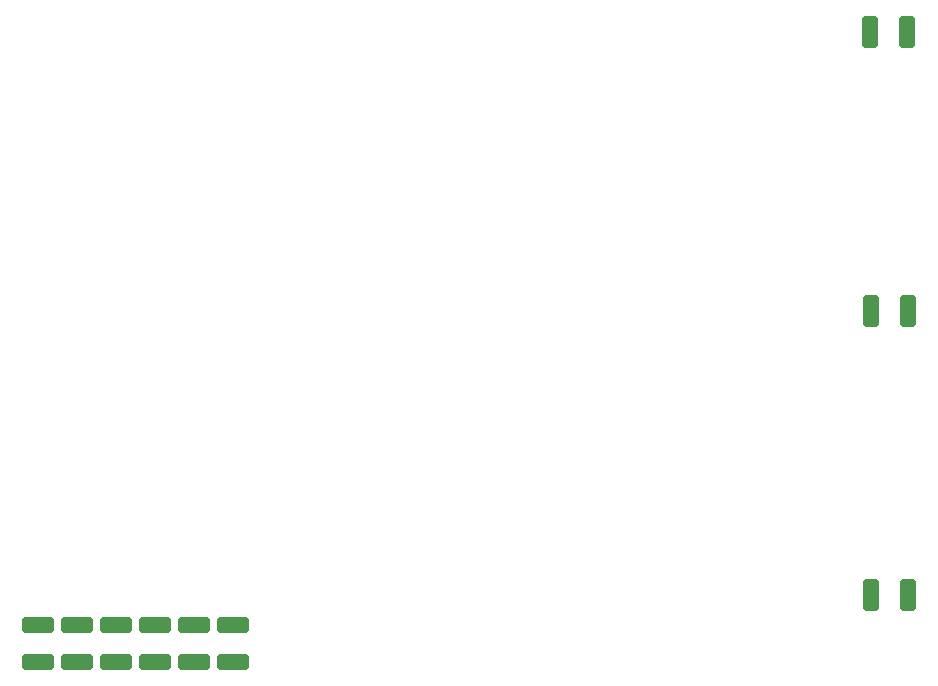
<source format=gbr>
%TF.GenerationSoftware,KiCad,Pcbnew,(7.0.0)*%
%TF.CreationDate,2023-05-27T01:43:55+02:00*%
%TF.ProjectId,workbench,776f726b-6265-46e6-9368-2e6b69636164,rev?*%
%TF.SameCoordinates,Original*%
%TF.FileFunction,Paste,Bot*%
%TF.FilePolarity,Positive*%
%FSLAX46Y46*%
G04 Gerber Fmt 4.6, Leading zero omitted, Abs format (unit mm)*
G04 Created by KiCad (PCBNEW (7.0.0)) date 2023-05-27 01:43:55*
%MOMM*%
%LPD*%
G01*
G04 APERTURE LIST*
G04 Aperture macros list*
%AMRoundRect*
0 Rectangle with rounded corners*
0 $1 Rounding radius*
0 $2 $3 $4 $5 $6 $7 $8 $9 X,Y pos of 4 corners*
0 Add a 4 corners polygon primitive as box body*
4,1,4,$2,$3,$4,$5,$6,$7,$8,$9,$2,$3,0*
0 Add four circle primitives for the rounded corners*
1,1,$1+$1,$2,$3*
1,1,$1+$1,$4,$5*
1,1,$1+$1,$6,$7*
1,1,$1+$1,$8,$9*
0 Add four rect primitives between the rounded corners*
20,1,$1+$1,$2,$3,$4,$5,0*
20,1,$1+$1,$4,$5,$6,$7,0*
20,1,$1+$1,$6,$7,$8,$9,0*
20,1,$1+$1,$8,$9,$2,$3,0*%
G04 Aperture macros list end*
%ADD10RoundRect,0.250000X1.100000X-0.412500X1.100000X0.412500X-1.100000X0.412500X-1.100000X-0.412500X0*%
%ADD11RoundRect,0.250000X-0.412500X-1.100000X0.412500X-1.100000X0.412500X1.100000X-0.412500X1.100000X0*%
G04 APERTURE END LIST*
D10*
%TO.C,C18*%
X110490000Y-135078000D03*
X110490000Y-131953000D03*
%TD*%
%TO.C,C13*%
X113792000Y-135078000D03*
X113792000Y-131953000D03*
%TD*%
%TO.C,C12*%
X117094000Y-131953000D03*
X117094000Y-135078000D03*
%TD*%
%TO.C,C11*%
X120396000Y-135078000D03*
X120396000Y-131953000D03*
%TD*%
%TO.C,C10*%
X103886000Y-135078000D03*
X103886000Y-131953000D03*
%TD*%
%TO.C,C9*%
X107188000Y-135078000D03*
X107188000Y-131953000D03*
%TD*%
D11*
%TO.C,C8*%
X174332500Y-81788000D03*
X177457500Y-81788000D03*
%TD*%
%TO.C,C7*%
X174371000Y-105410000D03*
X177496000Y-105410000D03*
%TD*%
%TO.C,C6*%
X174371000Y-129413000D03*
X177496000Y-129413000D03*
%TD*%
M02*

</source>
